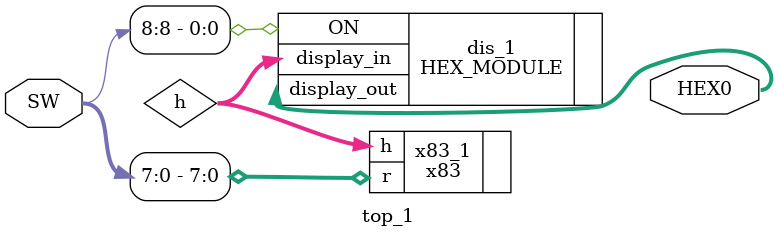
<source format=v>
module top_1(input   [8:0]   SW,
				 output	[6:0]	  HEX0);
wire      [2:0]		h;
				 
x83 x83_1(.r(SW[7:0]),.h(h));
HEX_MODULE dis_1(.display_in(h),.ON(SW[8]),.display_out(HEX0));
endmodule

</source>
